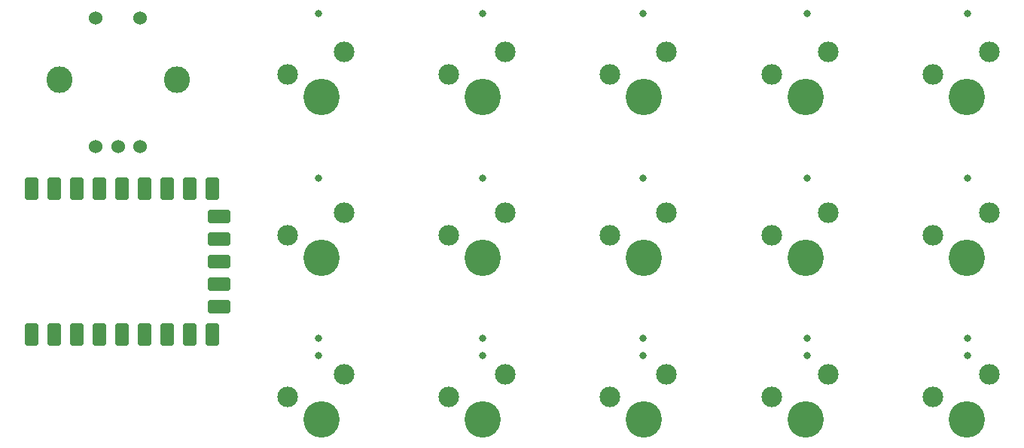
<source format=gbr>
%TF.GenerationSoftware,KiCad,Pcbnew,7.0.8-7.0.8~ubuntu23.04.1*%
%TF.CreationDate,2023-10-31T21:45:29+10:00*%
%TF.ProjectId,SkyMusicPad,536b794d-7573-4696-9350-61642e6b6963,rev?*%
%TF.SameCoordinates,Original*%
%TF.FileFunction,Soldermask,Top*%
%TF.FilePolarity,Negative*%
%FSLAX46Y46*%
G04 Gerber Fmt 4.6, Leading zero omitted, Abs format (unit mm)*
G04 Created by KiCad (PCBNEW 7.0.8-7.0.8~ubuntu23.04.1) date 2023-10-31 21:45:29*
%MOMM*%
%LPD*%
G01*
G04 APERTURE LIST*
G04 Aperture macros list*
%AMRoundRect*
0 Rectangle with rounded corners*
0 $1 Rounding radius*
0 $2 $3 $4 $5 $6 $7 $8 $9 X,Y pos of 4 corners*
0 Add a 4 corners polygon primitive as box body*
4,1,4,$2,$3,$4,$5,$6,$7,$8,$9,$2,$3,0*
0 Add four circle primitives for the rounded corners*
1,1,$1+$1,$2,$3*
1,1,$1+$1,$4,$5*
1,1,$1+$1,$6,$7*
1,1,$1+$1,$8,$9*
0 Add four rect primitives between the rounded corners*
20,1,$1+$1,$2,$3,$4,$5,0*
20,1,$1+$1,$4,$5,$6,$7,0*
20,1,$1+$1,$6,$7,$8,$9,0*
20,1,$1+$1,$8,$9,$2,$3,0*%
G04 Aperture macros list end*
%ADD10RoundRect,0.400000X-0.400000X0.900000X-0.400000X-0.900000X0.400000X-0.900000X0.400000X0.900000X0*%
%ADD11RoundRect,0.400050X-0.400050X0.899950X-0.400050X-0.899950X0.400050X-0.899950X0.400050X0.899950X0*%
%ADD12RoundRect,0.400000X-0.900000X0.400000X-0.900000X-0.400000X0.900000X-0.400000X0.900000X0.400000X0*%
%ADD13RoundRect,0.393700X-0.906300X0.393700X-0.906300X-0.393700X0.906300X-0.393700X0.906300X0.393700X0*%
%ADD14C,4.089400*%
%ADD15C,2.324000*%
%ADD16C,1.524000*%
%ADD17O,2.900000X3.000000*%
%ADD18C,0.800000*%
G04 APERTURE END LIST*
D10*
%TO.C,RZ1*%
X21765000Y-69115000D03*
X24305000Y-69115000D03*
X26845000Y-69115000D03*
X29385000Y-69115000D03*
X31925000Y-69115000D03*
D11*
X34465000Y-69115000D03*
X37005000Y-69115000D03*
X39545000Y-69115000D03*
X42085000Y-69115000D03*
D12*
X42895000Y-65975000D03*
D13*
X42895000Y-63435000D03*
X42895000Y-60895000D03*
X42895000Y-58355000D03*
X42895000Y-55815000D03*
D11*
X42085000Y-52675000D03*
X39545000Y-52675000D03*
X37005000Y-52675000D03*
X34465000Y-52675000D03*
X31925000Y-52675000D03*
X29385000Y-52675000D03*
X26845000Y-52675000D03*
X24305000Y-52675000D03*
X21765000Y-52675000D03*
%TD*%
D14*
%TO.C,S12*%
X72500000Y-78650000D03*
D15*
X68690000Y-76110000D03*
X75040000Y-73570000D03*
%TD*%
D14*
%TO.C,S11*%
X54350000Y-78650000D03*
D15*
X50540000Y-76110000D03*
X56890000Y-73570000D03*
%TD*%
D14*
%TO.C,S9*%
X108800000Y-60500000D03*
D15*
X104990000Y-57960000D03*
X111340000Y-55420000D03*
%TD*%
D14*
%TO.C,S4*%
X108800000Y-42350000D03*
D15*
X104990000Y-39810000D03*
X111340000Y-37270000D03*
%TD*%
D14*
%TO.C,S3*%
X90650000Y-42350000D03*
D15*
X86840000Y-39810000D03*
X93190000Y-37270000D03*
%TD*%
D14*
%TO.C,S6*%
X54350000Y-60500000D03*
D15*
X50540000Y-57960000D03*
X56890000Y-55420000D03*
%TD*%
D14*
%TO.C,S14*%
X108800000Y-78650000D03*
D15*
X104990000Y-76110000D03*
X111340000Y-73570000D03*
%TD*%
D14*
%TO.C,S8*%
X90650000Y-60500000D03*
D15*
X86840000Y-57960000D03*
X93190000Y-55420000D03*
%TD*%
D16*
%TO.C,SW1*%
X29000000Y-47950000D03*
X34000000Y-47950000D03*
X31500000Y-47950000D03*
X29000000Y-33450000D03*
X34000000Y-33450000D03*
D17*
X24900000Y-40450000D03*
X38100000Y-40450000D03*
%TD*%
D14*
%TO.C,S15*%
X126950000Y-78650000D03*
D15*
X123140000Y-76110000D03*
X129490000Y-73570000D03*
%TD*%
D14*
%TO.C,S13*%
X90650000Y-78650000D03*
D15*
X86840000Y-76110000D03*
X93190000Y-73570000D03*
%TD*%
D14*
%TO.C,S5*%
X126950000Y-42350000D03*
D15*
X123140000Y-39810000D03*
X129490000Y-37270000D03*
%TD*%
D14*
%TO.C,S2*%
X72500000Y-42350000D03*
D15*
X68690000Y-39810000D03*
X75040000Y-37270000D03*
%TD*%
D14*
%TO.C,S1*%
X54350000Y-42350000D03*
D15*
X50540000Y-39810000D03*
X56890000Y-37270000D03*
%TD*%
D14*
%TO.C,S7*%
X72500000Y-60500000D03*
D15*
X68690000Y-57960000D03*
X75040000Y-55420000D03*
%TD*%
D14*
%TO.C,S10*%
X126950000Y-60500000D03*
D15*
X123140000Y-57960000D03*
X129490000Y-55420000D03*
%TD*%
D18*
X90500000Y-33000000D03*
X109000000Y-33000000D03*
X127000000Y-33000000D03*
X72500000Y-33000000D03*
X54000000Y-33000000D03*
X127000000Y-51500000D03*
X72500000Y-51500000D03*
X109000000Y-51500000D03*
X54000000Y-51500000D03*
X90500000Y-51500000D03*
X90500000Y-69500000D03*
X127000000Y-69500000D03*
X54000000Y-69500000D03*
X109000000Y-69500000D03*
X72500000Y-69500000D03*
X54000000Y-71500000D03*
X72500000Y-71500000D03*
X90500000Y-71500000D03*
X109000000Y-71500000D03*
X127000000Y-71500000D03*
M02*

</source>
